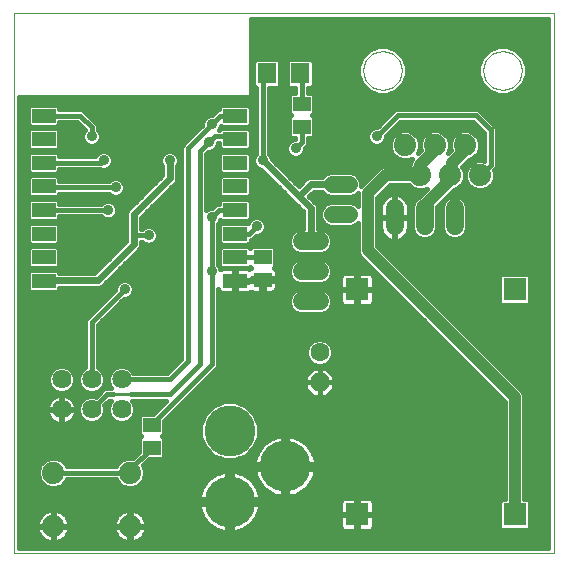
<source format=gtl>
G75*
G70*
%OFA0B0*%
%FSLAX24Y24*%
%IPPOS*%
%LPD*%
%AMOC8*
5,1,8,0,0,1.08239X$1,22.5*
%
%ADD10C,0.0000*%
%ADD11C,0.0740*%
%ADD12R,0.0760X0.0760*%
%ADD13OC8,0.0630*%
%ADD14C,0.0630*%
%ADD15C,0.1700*%
%ADD16R,0.0630X0.0710*%
%ADD17R,0.0787X0.0472*%
%ADD18R,0.0591X0.0512*%
%ADD19C,0.0560*%
%ADD20C,0.0600*%
%ADD21C,0.0640*%
%ADD22C,0.0160*%
%ADD23C,0.1660*%
%ADD24C,0.0356*%
%ADD25C,0.0240*%
%ADD26C,0.0100*%
%ADD27C,0.0400*%
D10*
X000280Y001800D02*
X000280Y019800D01*
X018280Y019800D01*
X018280Y001800D01*
X000280Y001800D01*
X011940Y017900D02*
X011942Y017950D01*
X011948Y018000D01*
X011958Y018049D01*
X011971Y018098D01*
X011989Y018145D01*
X012010Y018191D01*
X012034Y018234D01*
X012062Y018276D01*
X012093Y018316D01*
X012127Y018353D01*
X012164Y018387D01*
X012204Y018418D01*
X012246Y018446D01*
X012289Y018470D01*
X012335Y018491D01*
X012382Y018509D01*
X012431Y018522D01*
X012480Y018532D01*
X012530Y018538D01*
X012580Y018540D01*
X012630Y018538D01*
X012680Y018532D01*
X012729Y018522D01*
X012778Y018509D01*
X012825Y018491D01*
X012871Y018470D01*
X012914Y018446D01*
X012956Y018418D01*
X012996Y018387D01*
X013033Y018353D01*
X013067Y018316D01*
X013098Y018276D01*
X013126Y018234D01*
X013150Y018191D01*
X013171Y018145D01*
X013189Y018098D01*
X013202Y018049D01*
X013212Y018000D01*
X013218Y017950D01*
X013220Y017900D01*
X013218Y017850D01*
X013212Y017800D01*
X013202Y017751D01*
X013189Y017702D01*
X013171Y017655D01*
X013150Y017609D01*
X013126Y017566D01*
X013098Y017524D01*
X013067Y017484D01*
X013033Y017447D01*
X012996Y017413D01*
X012956Y017382D01*
X012914Y017354D01*
X012871Y017330D01*
X012825Y017309D01*
X012778Y017291D01*
X012729Y017278D01*
X012680Y017268D01*
X012630Y017262D01*
X012580Y017260D01*
X012530Y017262D01*
X012480Y017268D01*
X012431Y017278D01*
X012382Y017291D01*
X012335Y017309D01*
X012289Y017330D01*
X012246Y017354D01*
X012204Y017382D01*
X012164Y017413D01*
X012127Y017447D01*
X012093Y017484D01*
X012062Y017524D01*
X012034Y017566D01*
X012010Y017609D01*
X011989Y017655D01*
X011971Y017702D01*
X011958Y017751D01*
X011948Y017800D01*
X011942Y017850D01*
X011940Y017900D01*
X015940Y017900D02*
X015942Y017950D01*
X015948Y018000D01*
X015958Y018049D01*
X015971Y018098D01*
X015989Y018145D01*
X016010Y018191D01*
X016034Y018234D01*
X016062Y018276D01*
X016093Y018316D01*
X016127Y018353D01*
X016164Y018387D01*
X016204Y018418D01*
X016246Y018446D01*
X016289Y018470D01*
X016335Y018491D01*
X016382Y018509D01*
X016431Y018522D01*
X016480Y018532D01*
X016530Y018538D01*
X016580Y018540D01*
X016630Y018538D01*
X016680Y018532D01*
X016729Y018522D01*
X016778Y018509D01*
X016825Y018491D01*
X016871Y018470D01*
X016914Y018446D01*
X016956Y018418D01*
X016996Y018387D01*
X017033Y018353D01*
X017067Y018316D01*
X017098Y018276D01*
X017126Y018234D01*
X017150Y018191D01*
X017171Y018145D01*
X017189Y018098D01*
X017202Y018049D01*
X017212Y018000D01*
X017218Y017950D01*
X017220Y017900D01*
X017218Y017850D01*
X017212Y017800D01*
X017202Y017751D01*
X017189Y017702D01*
X017171Y017655D01*
X017150Y017609D01*
X017126Y017566D01*
X017098Y017524D01*
X017067Y017484D01*
X017033Y017447D01*
X016996Y017413D01*
X016956Y017382D01*
X016914Y017354D01*
X016871Y017330D01*
X016825Y017309D01*
X016778Y017291D01*
X016729Y017278D01*
X016680Y017268D01*
X016630Y017262D01*
X016580Y017260D01*
X016530Y017262D01*
X016480Y017268D01*
X016431Y017278D01*
X016382Y017291D01*
X016335Y017309D01*
X016289Y017330D01*
X016246Y017354D01*
X016204Y017382D01*
X016164Y017413D01*
X016127Y017447D01*
X016093Y017484D01*
X016062Y017524D01*
X016034Y017566D01*
X016010Y017609D01*
X015989Y017655D01*
X015971Y017702D01*
X015958Y017751D01*
X015948Y017800D01*
X015942Y017850D01*
X015940Y017900D01*
D11*
X015330Y015400D03*
X014330Y015400D03*
X013830Y014400D03*
X014830Y014400D03*
X015830Y014400D03*
X013330Y015400D03*
X004160Y004490D03*
X004160Y002710D03*
X001600Y002710D03*
X001600Y004490D03*
D12*
X011730Y003100D03*
X016980Y003100D03*
X016980Y010600D03*
X011730Y010600D03*
D13*
X010480Y007500D03*
D14*
X010480Y008500D03*
D15*
X007480Y005894D03*
X009330Y004713D03*
X007480Y003531D03*
D16*
X008720Y017800D03*
X009840Y017800D03*
D17*
X007658Y016399D03*
X007658Y015612D03*
X007658Y014824D03*
X007658Y014037D03*
X007658Y013250D03*
X007658Y012462D03*
X007658Y011675D03*
X007658Y010887D03*
X001280Y010887D03*
X001280Y011675D03*
X001280Y012462D03*
X001280Y013250D03*
X001280Y014037D03*
X001280Y014824D03*
X001280Y015612D03*
X001280Y016399D03*
D18*
X008580Y011674D03*
X008580Y010926D03*
X004880Y006074D03*
X004880Y005326D03*
X009880Y016026D03*
X009880Y016774D03*
D19*
X010900Y014100D02*
X011460Y014100D01*
X011460Y013100D02*
X010900Y013100D01*
D20*
X010480Y012200D02*
X009880Y012200D01*
X009880Y011200D02*
X010480Y011200D01*
X010480Y010200D02*
X009880Y010200D01*
X012980Y012700D02*
X012980Y013300D01*
X013980Y013300D02*
X013980Y012700D01*
X014980Y012700D02*
X014980Y013300D01*
D21*
X003880Y007600D03*
X003880Y006600D03*
X002880Y006600D03*
X002880Y007600D03*
X001880Y007600D03*
X001880Y006600D03*
D22*
X001889Y006609D02*
X001871Y006609D01*
X001871Y007100D01*
X001841Y007100D01*
X001763Y007088D01*
X001688Y007063D01*
X001618Y007028D01*
X001554Y006981D01*
X001499Y006926D01*
X001452Y006862D01*
X001417Y006792D01*
X001392Y006717D01*
X001380Y006639D01*
X001380Y006609D01*
X001871Y006609D01*
X001871Y006591D01*
X001380Y006591D01*
X001380Y006561D01*
X001392Y006483D01*
X001417Y006408D01*
X001452Y006338D01*
X001499Y006274D01*
X001554Y006219D01*
X001618Y006172D01*
X001688Y006137D01*
X001763Y006112D01*
X001841Y006100D01*
X001871Y006100D01*
X001871Y006591D01*
X001889Y006591D01*
X001889Y006609D01*
X001889Y007100D01*
X001919Y007100D01*
X001997Y007088D01*
X002072Y007063D01*
X002142Y007028D01*
X002206Y006981D01*
X002261Y006926D01*
X002308Y006862D01*
X002343Y006792D01*
X002368Y006717D01*
X002380Y006639D01*
X002380Y006609D01*
X001889Y006609D01*
X001889Y006591D02*
X002380Y006591D01*
X002380Y006561D01*
X002368Y006483D01*
X002343Y006408D01*
X002308Y006338D01*
X002261Y006274D01*
X002206Y006219D01*
X002142Y006172D01*
X002072Y006137D01*
X001997Y006112D01*
X001919Y006100D01*
X001889Y006100D01*
X001889Y006591D01*
X001889Y006555D02*
X001871Y006555D01*
X001871Y006397D02*
X001889Y006397D01*
X001889Y006238D02*
X001871Y006238D01*
X002225Y006238D02*
X002606Y006238D01*
X002625Y006219D02*
X002790Y006150D01*
X002970Y006150D01*
X003135Y006219D01*
X003261Y006345D01*
X003330Y006510D01*
X003330Y006690D01*
X003311Y006734D01*
X003467Y006890D01*
X003534Y006890D01*
X003499Y006855D01*
X003430Y006690D01*
X003430Y006510D01*
X003499Y006345D01*
X003625Y006219D01*
X003790Y006150D01*
X003970Y006150D01*
X004135Y006219D01*
X004261Y006345D01*
X004330Y006510D01*
X004330Y006690D01*
X004261Y006855D01*
X004226Y006890D01*
X005373Y006890D01*
X004993Y006510D01*
X004943Y006460D01*
X004531Y006460D01*
X004455Y006384D01*
X004455Y005764D01*
X004519Y005700D01*
X004455Y005636D01*
X004455Y005198D01*
X004247Y004990D01*
X004061Y004990D01*
X003877Y004914D01*
X003736Y004773D01*
X003706Y004700D01*
X002054Y004700D01*
X002024Y004773D01*
X001883Y004914D01*
X001699Y004990D01*
X001501Y004990D01*
X001317Y004914D01*
X001176Y004773D01*
X001100Y004589D01*
X001100Y004391D01*
X001176Y004207D01*
X001317Y004066D01*
X001501Y003990D01*
X001699Y003990D01*
X001883Y004066D01*
X002024Y004207D01*
X002054Y004280D01*
X003706Y004280D01*
X003736Y004207D01*
X003877Y004066D01*
X004061Y003990D01*
X004259Y003990D01*
X004443Y004066D01*
X004584Y004207D01*
X004660Y004391D01*
X004660Y004589D01*
X004596Y004745D01*
X004791Y004940D01*
X005229Y004940D01*
X005305Y005016D01*
X005305Y005636D01*
X005241Y005700D01*
X005305Y005764D01*
X005305Y006228D01*
X006967Y007890D01*
X007090Y008013D01*
X007090Y010606D01*
X007097Y010582D01*
X007120Y010541D01*
X007154Y010507D01*
X007195Y010483D01*
X007241Y010471D01*
X007620Y010471D01*
X007620Y010849D01*
X007696Y010849D01*
X007696Y010471D01*
X008075Y010471D01*
X008121Y010483D01*
X008162Y010507D01*
X008179Y010524D01*
X008215Y010502D01*
X008261Y010490D01*
X008532Y010490D01*
X008532Y010878D01*
X008105Y010878D01*
X008105Y010849D01*
X007696Y010849D01*
X007696Y010926D01*
X007620Y010926D01*
X007620Y011304D01*
X007241Y011304D01*
X007195Y011291D01*
X007179Y011282D01*
X007141Y011375D01*
X007090Y011426D01*
X007090Y012774D01*
X007141Y012825D01*
X007178Y012915D01*
X007210Y012883D01*
X008106Y012883D01*
X008182Y012960D01*
X008182Y013540D01*
X008106Y013616D01*
X007210Y013616D01*
X007134Y013540D01*
X007134Y013460D01*
X007043Y013460D01*
X006891Y013308D01*
X006819Y013308D01*
X006705Y013261D01*
X006690Y013246D01*
X006690Y015113D01*
X006769Y015192D01*
X006841Y015192D01*
X006955Y015239D01*
X007041Y015325D01*
X007088Y015439D01*
X007088Y015490D01*
X007134Y015490D01*
X007134Y015322D01*
X007210Y015246D01*
X008106Y015246D01*
X008182Y015322D01*
X008182Y015902D01*
X008106Y015978D01*
X007210Y015978D01*
X007142Y015910D01*
X007126Y015910D01*
X007141Y015925D01*
X007188Y016039D01*
X007188Y016055D01*
X007210Y016033D01*
X008106Y016033D01*
X008182Y016109D01*
X008182Y016689D01*
X008106Y016765D01*
X007210Y016765D01*
X007134Y016689D01*
X007134Y016609D01*
X007092Y016609D01*
X006891Y016408D01*
X006819Y016408D01*
X006705Y016361D01*
X006619Y016275D01*
X006572Y016161D01*
X006572Y016089D01*
X005993Y015510D01*
X005870Y015387D01*
X005870Y008287D01*
X005393Y007810D01*
X004280Y007810D01*
X004261Y007855D01*
X004135Y007981D01*
X003970Y008050D01*
X003790Y008050D01*
X003625Y007981D01*
X003499Y007855D01*
X003430Y007690D01*
X003430Y007510D01*
X003499Y007345D01*
X003534Y007310D01*
X003293Y007310D01*
X003014Y007031D01*
X002970Y007050D01*
X002790Y007050D01*
X002625Y006981D01*
X002499Y006855D01*
X002430Y006690D01*
X002430Y006510D01*
X002499Y006345D01*
X002625Y006219D01*
X002477Y006397D02*
X002337Y006397D01*
X002379Y006555D02*
X002430Y006555D01*
X002440Y006714D02*
X002368Y006714D01*
X002300Y006872D02*
X002516Y006872D01*
X002743Y007031D02*
X002136Y007031D01*
X002064Y007189D02*
X002696Y007189D01*
X002625Y007219D02*
X002790Y007150D01*
X002970Y007150D01*
X003135Y007219D01*
X003261Y007345D01*
X003330Y007510D01*
X003330Y007690D01*
X003261Y007855D01*
X003135Y007981D01*
X003090Y008000D01*
X003090Y009413D01*
X003969Y010292D01*
X004041Y010292D01*
X004155Y010339D01*
X004241Y010425D01*
X004288Y010539D01*
X004288Y010661D01*
X004241Y010775D01*
X004155Y010861D01*
X004041Y010908D01*
X003919Y010908D01*
X003805Y010861D01*
X003719Y010775D01*
X003672Y010661D01*
X003672Y010589D01*
X002670Y009587D01*
X002670Y008000D01*
X002625Y007981D01*
X002499Y007855D01*
X002430Y007690D01*
X002430Y007510D01*
X002499Y007345D01*
X002625Y007219D01*
X002498Y007348D02*
X002262Y007348D01*
X002261Y007345D02*
X002330Y007510D01*
X002330Y007690D01*
X002261Y007855D01*
X002135Y007981D01*
X001970Y008050D01*
X001790Y008050D01*
X001625Y007981D01*
X001499Y007855D01*
X001430Y007690D01*
X001430Y007510D01*
X001499Y007345D01*
X001625Y007219D01*
X001790Y007150D01*
X001970Y007150D01*
X002135Y007219D01*
X002261Y007345D01*
X002328Y007506D02*
X002432Y007506D01*
X002430Y007665D02*
X002330Y007665D01*
X002275Y007823D02*
X002485Y007823D01*
X002625Y007982D02*
X002135Y007982D01*
X001625Y007982D02*
X000460Y007982D01*
X000460Y008140D02*
X002670Y008140D01*
X002670Y008299D02*
X000460Y008299D01*
X000460Y008457D02*
X002670Y008457D01*
X002670Y008616D02*
X000460Y008616D01*
X000460Y008774D02*
X002670Y008774D01*
X002670Y008933D02*
X000460Y008933D01*
X000460Y009091D02*
X002670Y009091D01*
X002670Y009250D02*
X000460Y009250D01*
X000460Y009408D02*
X002670Y009408D01*
X002670Y009567D02*
X000460Y009567D01*
X000460Y009725D02*
X002808Y009725D01*
X002967Y009884D02*
X000460Y009884D01*
X000460Y010042D02*
X003125Y010042D01*
X003284Y010201D02*
X000460Y010201D01*
X000460Y010359D02*
X003442Y010359D01*
X003601Y010518D02*
X000460Y010518D01*
X000460Y010676D02*
X000756Y010676D01*
X000756Y010597D02*
X000832Y010521D01*
X001728Y010521D01*
X001804Y010597D01*
X001804Y010650D01*
X003130Y010650D01*
X003222Y010688D01*
X004492Y011958D01*
X004530Y012050D01*
X004530Y012190D01*
X004554Y012190D01*
X004605Y012139D01*
X004719Y012092D01*
X004841Y012092D01*
X004955Y012139D01*
X005041Y012225D01*
X005088Y012339D01*
X005088Y012461D01*
X005041Y012575D01*
X004955Y012661D01*
X004841Y012708D01*
X004719Y012708D01*
X004605Y012661D01*
X004554Y012610D01*
X004530Y012610D01*
X004530Y012996D01*
X005692Y014158D01*
X005730Y014250D01*
X005730Y014714D01*
X005741Y014725D01*
X005788Y014839D01*
X005788Y014961D01*
X005741Y015075D01*
X005655Y015161D01*
X005541Y015208D01*
X005419Y015208D01*
X005305Y015161D01*
X005219Y015075D01*
X005172Y014961D01*
X005172Y014839D01*
X005219Y014725D01*
X005230Y014714D01*
X005230Y014404D01*
X004138Y013312D01*
X004068Y013242D01*
X004030Y013150D01*
X004030Y012204D01*
X002976Y011150D01*
X001804Y011150D01*
X001804Y011177D01*
X001728Y011254D01*
X000832Y011254D01*
X000756Y011177D01*
X000756Y010597D01*
X000756Y010835D02*
X000460Y010835D01*
X000460Y010993D02*
X000756Y010993D01*
X000756Y011152D02*
X000460Y011152D01*
X000460Y011310D02*
X000831Y011310D01*
X000832Y011309D02*
X001728Y011309D01*
X001804Y011385D01*
X001804Y011965D01*
X001728Y012041D01*
X000832Y012041D01*
X000756Y011965D01*
X000756Y011385D01*
X000832Y011309D01*
X000756Y011469D02*
X000460Y011469D01*
X000460Y011627D02*
X000756Y011627D01*
X000756Y011786D02*
X000460Y011786D01*
X000460Y011944D02*
X000756Y011944D01*
X000832Y012096D02*
X001728Y012096D01*
X001804Y012172D01*
X001804Y012752D01*
X001728Y012828D01*
X000832Y012828D01*
X000756Y012752D01*
X000756Y012172D01*
X000832Y012096D01*
X000826Y012103D02*
X000460Y012103D01*
X000460Y012261D02*
X000756Y012261D01*
X000756Y012420D02*
X000460Y012420D01*
X000460Y012578D02*
X000756Y012578D01*
X000756Y012737D02*
X000460Y012737D01*
X000460Y012895D02*
X000821Y012895D01*
X000832Y012883D02*
X001728Y012883D01*
X001804Y012960D01*
X001804Y013040D01*
X003204Y013040D01*
X003255Y012988D01*
X003368Y012941D01*
X003491Y012941D01*
X003604Y012988D01*
X003691Y013075D01*
X003738Y013188D01*
X003738Y013311D01*
X003691Y013424D01*
X003604Y013511D01*
X003491Y013558D01*
X003368Y013558D01*
X003255Y013511D01*
X003204Y013460D01*
X001804Y013460D01*
X001804Y013540D01*
X001728Y013616D01*
X000832Y013616D01*
X000756Y013540D01*
X000756Y012960D01*
X000832Y012883D01*
X000756Y013054D02*
X000460Y013054D01*
X000460Y013212D02*
X000756Y013212D01*
X000756Y013371D02*
X000460Y013371D01*
X000460Y013529D02*
X000756Y013529D01*
X000832Y013671D02*
X001728Y013671D01*
X001804Y013747D01*
X001804Y013790D01*
X003454Y013790D01*
X003505Y013739D01*
X003619Y013692D01*
X003741Y013692D01*
X003855Y013739D01*
X003941Y013825D01*
X003988Y013939D01*
X003988Y014061D01*
X003941Y014175D01*
X003855Y014261D01*
X003741Y014308D01*
X003619Y014308D01*
X003505Y014261D01*
X003454Y014210D01*
X001804Y014210D01*
X001804Y014327D01*
X001728Y014403D01*
X000832Y014403D01*
X000756Y014327D01*
X000756Y013747D01*
X000832Y013671D01*
X000816Y013688D02*
X000460Y013688D01*
X000460Y013846D02*
X000756Y013846D01*
X000756Y014005D02*
X000460Y014005D01*
X000460Y014163D02*
X000756Y014163D01*
X000756Y014322D02*
X000460Y014322D01*
X000460Y014480D02*
X000811Y014480D01*
X000832Y014458D02*
X001728Y014458D01*
X001804Y014534D01*
X001804Y014614D01*
X003164Y014614D01*
X003219Y014592D01*
X003341Y014592D01*
X003455Y014639D01*
X003541Y014725D01*
X003588Y014839D01*
X003588Y014961D01*
X003541Y015075D01*
X003455Y015161D01*
X003341Y015208D01*
X003219Y015208D01*
X003105Y015161D01*
X003019Y015075D01*
X003002Y015034D01*
X001804Y015034D01*
X001804Y015114D01*
X003058Y015114D01*
X002941Y015392D02*
X003055Y015439D01*
X003141Y015525D01*
X003188Y015639D01*
X003188Y015761D01*
X003141Y015875D01*
X003090Y015926D01*
X003090Y016087D01*
X002967Y016210D01*
X002568Y016609D01*
X001804Y016609D01*
X001804Y016689D01*
X001728Y016765D01*
X000832Y016765D01*
X000756Y016689D01*
X000756Y016109D01*
X000832Y016033D01*
X001728Y016033D01*
X001804Y016109D01*
X001804Y016189D01*
X002394Y016189D01*
X002664Y015919D01*
X002619Y015875D01*
X002572Y015761D01*
X002572Y015639D01*
X002619Y015525D01*
X002705Y015439D01*
X002819Y015392D01*
X002941Y015392D01*
X003036Y015431D02*
X005914Y015431D01*
X005870Y015273D02*
X001754Y015273D01*
X001728Y015246D02*
X001804Y015322D01*
X001804Y015902D01*
X001728Y015978D01*
X000832Y015978D01*
X000756Y015902D01*
X000756Y015322D01*
X000832Y015246D01*
X001728Y015246D01*
X001728Y015191D02*
X000832Y015191D01*
X000756Y015114D01*
X000460Y015114D01*
X000460Y014956D02*
X000756Y014956D01*
X000756Y015114D02*
X000756Y014534D01*
X000832Y014458D01*
X000756Y014639D02*
X000460Y014639D01*
X000460Y014797D02*
X000756Y014797D01*
X000806Y015273D02*
X000460Y015273D01*
X000460Y015431D02*
X000756Y015431D01*
X000756Y015590D02*
X000460Y015590D01*
X000460Y015748D02*
X000756Y015748D01*
X000761Y015907D02*
X000460Y015907D01*
X000460Y016065D02*
X000800Y016065D01*
X000756Y016224D02*
X000460Y016224D01*
X000460Y016382D02*
X000756Y016382D01*
X000756Y016541D02*
X000460Y016541D01*
X000460Y016699D02*
X000766Y016699D01*
X000460Y016858D02*
X008370Y016858D01*
X008370Y017016D02*
X008180Y017016D01*
X008180Y017000D02*
X000460Y017000D01*
X000460Y001980D01*
X018100Y001980D01*
X018100Y019620D01*
X008180Y019620D01*
X008180Y017000D01*
X008180Y017175D02*
X008370Y017175D01*
X008370Y017315D02*
X008351Y017315D01*
X008275Y017391D01*
X008275Y018209D01*
X008351Y018285D01*
X009089Y018285D01*
X009165Y018209D01*
X009165Y017391D01*
X009089Y017315D01*
X008790Y017315D01*
X008790Y015126D01*
X008841Y015075D01*
X008888Y014961D01*
X008888Y014945D01*
X009780Y014054D01*
X010038Y014312D01*
X010130Y014350D01*
X010570Y014350D01*
X010668Y014448D01*
X010818Y014510D01*
X011542Y014510D01*
X011692Y014448D01*
X011808Y014332D01*
X011870Y014182D01*
X011870Y014057D01*
X011893Y014080D01*
X012493Y014680D01*
X012614Y014730D01*
X013453Y014730D01*
X013500Y014777D01*
X013500Y014816D01*
X013550Y014937D01*
X013573Y014959D01*
X013429Y014900D01*
X013231Y014900D01*
X013047Y014976D01*
X012906Y015117D01*
X012830Y015301D01*
X012830Y015499D01*
X012906Y015683D01*
X013047Y015824D01*
X013231Y015900D01*
X013429Y015900D01*
X013613Y015824D01*
X013754Y015683D01*
X013830Y015499D01*
X013830Y015301D01*
X013771Y015157D01*
X013855Y015241D01*
X013830Y015301D01*
X013830Y015499D01*
X013906Y015683D01*
X014047Y015824D01*
X014231Y015900D01*
X014429Y015900D01*
X014613Y015824D01*
X014754Y015683D01*
X014830Y015499D01*
X014830Y015301D01*
X014771Y015157D01*
X014855Y015241D01*
X014830Y015301D01*
X014830Y015499D01*
X014906Y015683D01*
X015047Y015824D01*
X015231Y015900D01*
X015429Y015900D01*
X015613Y015824D01*
X015754Y015683D01*
X015830Y015499D01*
X015830Y015301D01*
X015754Y015117D01*
X015613Y014976D01*
X015459Y014912D01*
X015242Y014695D01*
X015254Y014683D01*
X015330Y014499D01*
X015330Y014301D01*
X015406Y014117D01*
X015547Y013976D01*
X015731Y013900D01*
X015929Y013900D01*
X016113Y013976D01*
X016254Y014117D01*
X016330Y014301D01*
X016330Y014499D01*
X016300Y014573D01*
X016390Y014663D01*
X016390Y015987D01*
X016267Y016110D01*
X016267Y016110D01*
X015767Y016610D01*
X012993Y016610D01*
X012391Y016008D01*
X012319Y016008D01*
X012205Y015961D01*
X012119Y015875D01*
X012072Y015761D01*
X012072Y015639D01*
X012119Y015525D01*
X012205Y015439D01*
X012319Y015392D01*
X012441Y015392D01*
X012555Y015439D01*
X012641Y015525D01*
X012688Y015639D01*
X012688Y015711D01*
X013167Y016190D01*
X015593Y016190D01*
X015970Y015813D01*
X015970Y014883D01*
X015929Y014900D01*
X015731Y014900D01*
X015547Y014824D01*
X015406Y014683D01*
X015330Y014499D01*
X015330Y014301D01*
X015254Y014117D01*
X015113Y013976D01*
X014959Y013912D01*
X014410Y013363D01*
X014410Y012614D01*
X014345Y012456D01*
X014224Y012335D01*
X014066Y012270D01*
X013894Y012270D01*
X013736Y012335D01*
X013615Y012456D01*
X013550Y012614D01*
X013550Y013386D01*
X013615Y013544D01*
X013736Y013665D01*
X013807Y013694D01*
X013893Y013780D01*
X014073Y013959D01*
X013929Y013900D01*
X013731Y013900D01*
X013547Y013976D01*
X013453Y014070D01*
X012817Y014070D01*
X012410Y013663D01*
X012410Y012037D01*
X017167Y007280D01*
X017260Y007187D01*
X017310Y007066D01*
X017310Y003610D01*
X017414Y003610D01*
X017490Y003534D01*
X017490Y002666D01*
X017414Y002590D01*
X016546Y002590D01*
X016470Y002666D01*
X016470Y003534D01*
X016546Y003610D01*
X016650Y003610D01*
X016650Y006863D01*
X011800Y011713D01*
X011750Y011834D01*
X011750Y012810D01*
X011692Y012752D01*
X011542Y012690D01*
X010818Y012690D01*
X010668Y012752D01*
X010552Y012868D01*
X010490Y013018D01*
X010490Y013182D01*
X010552Y013332D01*
X010668Y013448D01*
X010818Y013510D01*
X011542Y013510D01*
X011692Y013448D01*
X011750Y013390D01*
X011750Y013810D01*
X011692Y013752D01*
X011542Y013690D01*
X010818Y013690D01*
X010668Y013752D01*
X010570Y013850D01*
X010284Y013850D01*
X010134Y013700D01*
X010322Y013512D01*
X010392Y013442D01*
X010430Y013350D01*
X010430Y012630D01*
X010566Y012630D01*
X010724Y012565D01*
X010845Y012444D01*
X010910Y012286D01*
X010910Y012114D01*
X010845Y011956D01*
X010724Y011835D01*
X010566Y011770D01*
X009794Y011770D01*
X009636Y011835D01*
X009515Y011956D01*
X009450Y012114D01*
X009450Y012286D01*
X009515Y012444D01*
X009636Y012565D01*
X009794Y012630D01*
X009930Y012630D01*
X009930Y013196D01*
X009638Y013488D01*
X009568Y013558D01*
X008535Y014592D01*
X008519Y014592D01*
X008405Y014639D01*
X008319Y014725D01*
X008272Y014839D01*
X008272Y014961D01*
X008319Y015075D01*
X008370Y015126D01*
X008370Y017315D01*
X008333Y017333D02*
X008180Y017333D01*
X008180Y017492D02*
X008275Y017492D01*
X008275Y017650D02*
X008180Y017650D01*
X008180Y017809D02*
X008275Y017809D01*
X008275Y017967D02*
X008180Y017967D01*
X008180Y018126D02*
X008275Y018126D01*
X008350Y018284D02*
X008180Y018284D01*
X008180Y018443D02*
X011963Y018443D01*
X011885Y018364D02*
X011760Y018063D01*
X011760Y017737D01*
X011885Y017436D01*
X012116Y017205D01*
X012417Y017080D01*
X012743Y017080D01*
X013044Y017205D01*
X013275Y017436D01*
X013400Y017737D01*
X013400Y018063D01*
X013275Y018364D01*
X013044Y018595D01*
X012743Y018720D01*
X012417Y018720D01*
X012116Y018595D01*
X011885Y018364D01*
X011852Y018284D02*
X010210Y018284D01*
X010209Y018285D02*
X009471Y018285D01*
X009395Y018209D01*
X009395Y017391D01*
X009471Y017315D01*
X009670Y017315D01*
X009670Y017160D01*
X009531Y017160D01*
X009455Y017084D01*
X009455Y016464D01*
X009519Y016400D01*
X009455Y016336D01*
X009455Y015716D01*
X009531Y015640D01*
X009670Y015640D01*
X009670Y015608D01*
X009619Y015608D01*
X009505Y015561D01*
X009419Y015475D01*
X009372Y015361D01*
X009372Y015239D01*
X009419Y015125D01*
X009505Y015039D01*
X009619Y014992D01*
X009741Y014992D01*
X009855Y015039D01*
X009941Y015125D01*
X009988Y015239D01*
X009988Y015311D01*
X010090Y015413D01*
X010090Y015640D01*
X010229Y015640D01*
X010305Y015716D01*
X010305Y016336D01*
X010241Y016400D01*
X010305Y016464D01*
X010305Y017084D01*
X010229Y017160D01*
X010090Y017160D01*
X010090Y017315D01*
X010209Y017315D01*
X010285Y017391D01*
X010285Y018209D01*
X010209Y018285D01*
X010285Y018126D02*
X011786Y018126D01*
X011760Y017967D02*
X010285Y017967D01*
X010285Y017809D02*
X011760Y017809D01*
X011796Y017650D02*
X010285Y017650D01*
X010285Y017492D02*
X011862Y017492D01*
X011987Y017333D02*
X010227Y017333D01*
X010090Y017175D02*
X012189Y017175D01*
X012765Y016382D02*
X010259Y016382D01*
X010305Y016224D02*
X012607Y016224D01*
X012448Y016065D02*
X010305Y016065D01*
X010305Y015907D02*
X012151Y015907D01*
X012072Y015748D02*
X010305Y015748D01*
X010090Y015590D02*
X012092Y015590D01*
X012224Y015431D02*
X010090Y015431D01*
X009988Y015273D02*
X012842Y015273D01*
X012830Y015431D02*
X012536Y015431D01*
X012668Y015590D02*
X012867Y015590D01*
X012971Y015748D02*
X012725Y015748D01*
X012884Y015907D02*
X015876Y015907D01*
X015970Y015748D02*
X015689Y015748D01*
X015793Y015590D02*
X015970Y015590D01*
X015970Y015431D02*
X015830Y015431D01*
X015818Y015273D02*
X015970Y015273D01*
X015970Y015114D02*
X015751Y015114D01*
X015563Y014956D02*
X015970Y014956D01*
X016180Y014750D02*
X015830Y014400D01*
X016180Y014750D02*
X016180Y015900D01*
X015680Y016400D01*
X013080Y016400D01*
X012380Y015700D01*
X012909Y015114D02*
X009930Y015114D01*
X009680Y015300D02*
X009880Y015500D01*
X009880Y016026D01*
X009501Y016382D02*
X008790Y016382D01*
X008790Y016224D02*
X009455Y016224D01*
X009455Y016065D02*
X008790Y016065D01*
X008790Y015907D02*
X009455Y015907D01*
X009455Y015748D02*
X008790Y015748D01*
X008790Y015590D02*
X009574Y015590D01*
X009401Y015431D02*
X008790Y015431D01*
X008790Y015273D02*
X009372Y015273D01*
X009430Y015114D02*
X008802Y015114D01*
X008888Y014956D02*
X013097Y014956D01*
X013500Y014797D02*
X009037Y014797D01*
X009195Y014639D02*
X012452Y014639D01*
X012293Y014480D02*
X011614Y014480D01*
X011812Y014322D02*
X012135Y014322D01*
X011976Y014163D02*
X011870Y014163D01*
X011750Y013688D02*
X010146Y013688D01*
X010280Y013846D02*
X010574Y013846D01*
X010305Y013529D02*
X011750Y013529D01*
X012410Y013529D02*
X012558Y013529D01*
X012569Y013552D02*
X012535Y013484D01*
X012512Y013412D01*
X012500Y013338D01*
X012500Y013020D01*
X012960Y013020D01*
X012960Y013780D01*
X012942Y013780D01*
X012868Y013768D01*
X012796Y013745D01*
X012728Y013711D01*
X012667Y013666D01*
X012614Y013613D01*
X012569Y013552D01*
X012697Y013688D02*
X012434Y013688D01*
X012593Y013846D02*
X013959Y013846D01*
X013792Y013688D02*
X013263Y013688D01*
X013293Y013666D02*
X013232Y013711D01*
X013164Y013745D01*
X013092Y013768D01*
X013018Y013780D01*
X013000Y013780D01*
X013000Y013020D01*
X012960Y013020D01*
X012960Y012980D01*
X012500Y012980D01*
X012500Y012662D01*
X012512Y012588D01*
X012535Y012516D01*
X012569Y012448D01*
X012614Y012387D01*
X012667Y012334D01*
X012728Y012289D01*
X012796Y012255D01*
X012868Y012232D01*
X012942Y012220D01*
X012960Y012220D01*
X012960Y012980D01*
X013000Y012980D01*
X013000Y013020D01*
X013460Y013020D01*
X013460Y013338D01*
X013448Y013412D01*
X013425Y013484D01*
X013391Y013552D01*
X013346Y013613D01*
X013293Y013666D01*
X013402Y013529D02*
X013609Y013529D01*
X013550Y013371D02*
X013455Y013371D01*
X013460Y013212D02*
X013550Y013212D01*
X013550Y013054D02*
X013460Y013054D01*
X013460Y012980D02*
X013000Y012980D01*
X013000Y012220D01*
X013018Y012220D01*
X013092Y012232D01*
X013164Y012255D01*
X013232Y012289D01*
X013293Y012334D01*
X013346Y012387D01*
X013391Y012448D01*
X013425Y012516D01*
X013448Y012588D01*
X013460Y012662D01*
X013460Y012980D01*
X013460Y012895D02*
X013550Y012895D01*
X013550Y012737D02*
X013460Y012737D01*
X013445Y012578D02*
X013565Y012578D01*
X013652Y012420D02*
X013370Y012420D01*
X013176Y012261D02*
X018100Y012261D01*
X018100Y012103D02*
X012410Y012103D01*
X012410Y012261D02*
X012784Y012261D01*
X012960Y012261D02*
X013000Y012261D01*
X013000Y012420D02*
X012960Y012420D01*
X012960Y012578D02*
X013000Y012578D01*
X013000Y012737D02*
X012960Y012737D01*
X012960Y012895D02*
X013000Y012895D01*
X013000Y013054D02*
X012960Y013054D01*
X012960Y013212D02*
X013000Y013212D01*
X013000Y013371D02*
X012960Y013371D01*
X012960Y013529D02*
X013000Y013529D01*
X013000Y013688D02*
X012960Y013688D01*
X012751Y014005D02*
X013518Y014005D01*
X013563Y014956D02*
X013569Y014956D01*
X013818Y015273D02*
X013842Y015273D01*
X013830Y015431D02*
X013830Y015431D01*
X013793Y015590D02*
X013867Y015590D01*
X013971Y015748D02*
X013689Y015748D01*
X013042Y016065D02*
X015718Y016065D01*
X015995Y016382D02*
X018100Y016382D01*
X018100Y016224D02*
X016153Y016224D01*
X016312Y016065D02*
X018100Y016065D01*
X018100Y015907D02*
X016390Y015907D01*
X016390Y015748D02*
X018100Y015748D01*
X018100Y015590D02*
X016390Y015590D01*
X016390Y015431D02*
X018100Y015431D01*
X018100Y015273D02*
X016390Y015273D01*
X016390Y015114D02*
X018100Y015114D01*
X018100Y014956D02*
X016390Y014956D01*
X016390Y014797D02*
X018100Y014797D01*
X018100Y014639D02*
X016366Y014639D01*
X016330Y014480D02*
X018100Y014480D01*
X018100Y014322D02*
X016330Y014322D01*
X016273Y014163D02*
X018100Y014163D01*
X018100Y014005D02*
X016142Y014005D01*
X015518Y014005D02*
X015142Y014005D01*
X015273Y014163D02*
X015387Y014163D01*
X015330Y014322D02*
X015330Y014322D01*
X015330Y014480D02*
X015330Y014480D01*
X015272Y014639D02*
X015388Y014639D01*
X015344Y014797D02*
X015520Y014797D01*
X014842Y015273D02*
X014818Y015273D01*
X014830Y015431D02*
X014830Y015431D01*
X014793Y015590D02*
X014867Y015590D01*
X014971Y015748D02*
X014689Y015748D01*
X015836Y016541D02*
X018100Y016541D01*
X018100Y016699D02*
X010305Y016699D01*
X010305Y016541D02*
X012924Y016541D01*
X012971Y017175D02*
X016189Y017175D01*
X016116Y017205D02*
X016417Y017080D01*
X016743Y017080D01*
X017044Y017205D01*
X017275Y017436D01*
X017400Y017737D01*
X017400Y018063D01*
X017275Y018364D01*
X017044Y018595D01*
X016743Y018720D01*
X016417Y018720D01*
X016116Y018595D01*
X015885Y018364D01*
X015760Y018063D01*
X015760Y017737D01*
X015885Y017436D01*
X016116Y017205D01*
X015987Y017333D02*
X013173Y017333D01*
X013298Y017492D02*
X015862Y017492D01*
X015796Y017650D02*
X013364Y017650D01*
X013400Y017809D02*
X015760Y017809D01*
X015760Y017967D02*
X013400Y017967D01*
X013374Y018126D02*
X015786Y018126D01*
X015852Y018284D02*
X013308Y018284D01*
X013197Y018443D02*
X015963Y018443D01*
X016130Y018601D02*
X013030Y018601D01*
X012130Y018601D02*
X008180Y018601D01*
X008180Y018760D02*
X018100Y018760D01*
X018100Y018918D02*
X008180Y018918D01*
X008180Y019077D02*
X018100Y019077D01*
X018100Y019235D02*
X008180Y019235D01*
X008180Y019394D02*
X018100Y019394D01*
X018100Y019552D02*
X008180Y019552D01*
X009090Y018284D02*
X009470Y018284D01*
X009395Y018126D02*
X009165Y018126D01*
X009165Y017967D02*
X009395Y017967D01*
X009395Y017809D02*
X009165Y017809D01*
X009165Y017650D02*
X009395Y017650D01*
X009395Y017492D02*
X009165Y017492D01*
X009107Y017333D02*
X009453Y017333D01*
X009455Y017016D02*
X008790Y017016D01*
X008790Y016858D02*
X009455Y016858D01*
X009455Y016699D02*
X008790Y016699D01*
X008790Y016541D02*
X009455Y016541D01*
X009880Y016774D02*
X009880Y017800D01*
X009840Y017800D01*
X009670Y017175D02*
X008790Y017175D01*
X008370Y016699D02*
X008172Y016699D01*
X008182Y016541D02*
X008370Y016541D01*
X008370Y016382D02*
X008182Y016382D01*
X008182Y016224D02*
X008370Y016224D01*
X008370Y016065D02*
X008138Y016065D01*
X008177Y015907D02*
X008370Y015907D01*
X008370Y015748D02*
X008182Y015748D01*
X008182Y015590D02*
X008370Y015590D01*
X008370Y015431D02*
X008182Y015431D01*
X008132Y015273D02*
X008370Y015273D01*
X008358Y015114D02*
X008182Y015114D01*
X008106Y015191D01*
X007210Y015191D01*
X007134Y015114D01*
X006691Y015114D01*
X006690Y014956D02*
X007134Y014956D01*
X007134Y015114D02*
X007134Y014534D01*
X007210Y014458D01*
X008106Y014458D01*
X008182Y014534D01*
X008182Y015114D01*
X008182Y014956D02*
X008272Y014956D01*
X008289Y014797D02*
X008182Y014797D01*
X008182Y014639D02*
X008406Y014639D01*
X008646Y014480D02*
X008127Y014480D01*
X008106Y014403D02*
X007210Y014403D01*
X007134Y014327D01*
X007134Y013747D01*
X007210Y013671D01*
X008106Y013671D01*
X008182Y013747D01*
X008182Y014327D01*
X008106Y014403D01*
X008182Y014322D02*
X008805Y014322D01*
X008963Y014163D02*
X008182Y014163D01*
X008182Y014005D02*
X009122Y014005D01*
X009280Y013846D02*
X008182Y013846D01*
X008122Y013688D02*
X009439Y013688D01*
X009597Y013529D02*
X008182Y013529D01*
X008182Y013371D02*
X009756Y013371D01*
X009914Y013212D02*
X008182Y013212D01*
X008182Y013054D02*
X009930Y013054D01*
X009930Y012895D02*
X008621Y012895D01*
X008641Y012875D02*
X008555Y012961D01*
X008441Y013008D01*
X008319Y013008D01*
X008205Y012961D01*
X008119Y012875D01*
X008100Y012828D01*
X007210Y012828D01*
X007134Y012752D01*
X007134Y012172D01*
X007210Y012096D01*
X008106Y012096D01*
X008182Y012172D01*
X008182Y012252D01*
X008229Y012252D01*
X008369Y012392D01*
X008441Y012392D01*
X008555Y012439D01*
X008641Y012525D01*
X008688Y012639D01*
X008688Y012761D01*
X008641Y012875D01*
X008688Y012737D02*
X009930Y012737D01*
X009669Y012578D02*
X008663Y012578D01*
X008508Y012420D02*
X009505Y012420D01*
X009450Y012261D02*
X008238Y012261D01*
X008231Y012060D02*
X008159Y011988D01*
X008106Y012041D01*
X007210Y012041D01*
X007134Y011965D01*
X007134Y011385D01*
X007210Y011309D01*
X008106Y011309D01*
X008158Y011361D01*
X008186Y011333D01*
X008174Y011326D01*
X008141Y011292D01*
X008135Y011283D01*
X008121Y011291D01*
X008075Y011304D01*
X007696Y011304D01*
X007696Y010926D01*
X008232Y010926D01*
X008232Y010974D01*
X008532Y010974D01*
X008532Y010878D01*
X008628Y010878D01*
X008628Y010974D01*
X009055Y010974D01*
X009055Y011206D01*
X009043Y011251D01*
X009019Y011292D01*
X008986Y011326D01*
X008974Y011333D01*
X009005Y011364D01*
X009005Y011984D01*
X008929Y012060D01*
X008231Y012060D01*
X008112Y012103D02*
X009455Y012103D01*
X009528Y011944D02*
X009005Y011944D01*
X009005Y011786D02*
X009757Y011786D01*
X009794Y011630D02*
X009636Y011565D01*
X009515Y011444D01*
X009450Y011286D01*
X009450Y011114D01*
X009515Y010956D01*
X009636Y010835D01*
X009794Y010770D01*
X010566Y010770D01*
X010724Y010835D01*
X010845Y010956D01*
X010910Y011114D01*
X010910Y011286D01*
X010845Y011444D01*
X010724Y011565D01*
X010566Y011630D01*
X009794Y011630D01*
X009787Y011627D02*
X009005Y011627D01*
X009005Y011469D02*
X009540Y011469D01*
X009460Y011310D02*
X009002Y011310D01*
X009055Y011152D02*
X009450Y011152D01*
X009500Y010993D02*
X009055Y010993D01*
X009055Y010878D02*
X009055Y010646D01*
X009043Y010601D01*
X009019Y010560D01*
X008986Y010526D01*
X008945Y010502D01*
X008899Y010490D01*
X008628Y010490D01*
X008628Y010878D01*
X009055Y010878D01*
X009055Y010835D02*
X009639Y010835D01*
X009794Y010630D02*
X009636Y010565D01*
X009515Y010444D01*
X009450Y010286D01*
X009450Y010114D01*
X009515Y009956D01*
X009636Y009835D01*
X009794Y009770D01*
X010566Y009770D01*
X010724Y009835D01*
X010845Y009956D01*
X010910Y010114D01*
X010910Y010286D01*
X010845Y010444D01*
X010724Y010565D01*
X010566Y010630D01*
X009794Y010630D01*
X009589Y010518D02*
X008971Y010518D01*
X009055Y010676D02*
X011170Y010676D01*
X011170Y010618D02*
X011170Y011004D01*
X011182Y011049D01*
X011206Y011091D01*
X011239Y011124D01*
X011281Y011148D01*
X011326Y011160D01*
X011712Y011160D01*
X011712Y010618D01*
X011748Y010618D01*
X011748Y011160D01*
X012134Y011160D01*
X012179Y011148D01*
X012221Y011124D01*
X012254Y011091D01*
X012278Y011049D01*
X012290Y011004D01*
X012290Y010618D01*
X011748Y010618D01*
X011748Y010582D01*
X012290Y010582D01*
X012290Y010196D01*
X012278Y010151D01*
X012254Y010109D01*
X012221Y010076D01*
X012179Y010052D01*
X012134Y010040D01*
X011748Y010040D01*
X011748Y010582D01*
X011712Y010582D01*
X011712Y010040D01*
X011326Y010040D01*
X011281Y010052D01*
X011239Y010076D01*
X011206Y010109D01*
X011182Y010151D01*
X011170Y010196D01*
X011170Y010582D01*
X011712Y010582D01*
X011712Y010618D01*
X011170Y010618D01*
X011170Y010518D02*
X010771Y010518D01*
X010880Y010359D02*
X011170Y010359D01*
X011170Y010201D02*
X010910Y010201D01*
X010880Y010042D02*
X011319Y010042D01*
X010772Y009884D02*
X013630Y009884D01*
X013471Y010042D02*
X012141Y010042D01*
X012290Y010201D02*
X013313Y010201D01*
X013154Y010359D02*
X012290Y010359D01*
X012290Y010518D02*
X012996Y010518D01*
X012837Y010676D02*
X012290Y010676D01*
X012290Y010835D02*
X012679Y010835D01*
X012520Y010993D02*
X012290Y010993D01*
X012362Y011152D02*
X012165Y011152D01*
X012203Y011310D02*
X010900Y011310D01*
X010910Y011152D02*
X011295Y011152D01*
X011170Y010993D02*
X010860Y010993D01*
X010721Y010835D02*
X011170Y010835D01*
X010820Y011469D02*
X012045Y011469D01*
X011886Y011627D02*
X010573Y011627D01*
X010603Y011786D02*
X011770Y011786D01*
X011750Y011944D02*
X010832Y011944D01*
X010905Y012103D02*
X011750Y012103D01*
X011750Y012261D02*
X010910Y012261D01*
X010855Y012420D02*
X011750Y012420D01*
X011750Y012578D02*
X010691Y012578D01*
X010706Y012737D02*
X010430Y012737D01*
X010430Y012895D02*
X010541Y012895D01*
X010490Y013054D02*
X010430Y013054D01*
X010430Y013212D02*
X010503Y013212D01*
X010421Y013371D02*
X010591Y013371D01*
X009889Y014163D02*
X009671Y014163D01*
X009512Y014322D02*
X010062Y014322D01*
X010746Y014480D02*
X009354Y014480D01*
X008580Y014900D02*
X008580Y017660D01*
X008720Y017800D01*
X007658Y016399D02*
X007179Y016399D01*
X006880Y016100D01*
X006080Y015300D01*
X006080Y008200D01*
X005480Y007600D01*
X003880Y007600D01*
X003485Y007823D02*
X003275Y007823D01*
X003330Y007665D02*
X003430Y007665D01*
X003432Y007506D02*
X003328Y007506D01*
X003262Y007348D02*
X003498Y007348D01*
X003580Y007100D02*
X003380Y007100D01*
X002880Y006600D01*
X003283Y006397D02*
X003477Y006397D01*
X003430Y006555D02*
X003330Y006555D01*
X003320Y006714D02*
X003440Y006714D01*
X003449Y006872D02*
X003516Y006872D01*
X003172Y007189D02*
X003064Y007189D01*
X002880Y007600D02*
X002880Y009500D01*
X003980Y010600D01*
X004175Y010359D02*
X005870Y010359D01*
X005870Y010201D02*
X003877Y010201D01*
X003719Y010042D02*
X005870Y010042D01*
X005870Y009884D02*
X003560Y009884D01*
X003402Y009725D02*
X005870Y009725D01*
X005870Y009567D02*
X003243Y009567D01*
X003090Y009408D02*
X005870Y009408D01*
X005870Y009250D02*
X003090Y009250D01*
X003090Y009091D02*
X005870Y009091D01*
X005870Y008933D02*
X003090Y008933D01*
X003090Y008774D02*
X005870Y008774D01*
X005870Y008616D02*
X003090Y008616D01*
X003090Y008457D02*
X005870Y008457D01*
X005870Y008299D02*
X003090Y008299D01*
X003090Y008140D02*
X005723Y008140D01*
X005565Y007982D02*
X004135Y007982D01*
X004275Y007823D02*
X005406Y007823D01*
X005480Y007100D02*
X004180Y007100D01*
X004244Y006872D02*
X005355Y006872D01*
X005197Y006714D02*
X004320Y006714D01*
X004330Y006555D02*
X005038Y006555D01*
X005080Y006300D02*
X005080Y006274D01*
X004880Y006074D01*
X005080Y006300D02*
X006880Y008100D01*
X006880Y011200D01*
X006880Y012900D01*
X006880Y013000D01*
X007130Y013250D01*
X007658Y013250D01*
X008117Y012895D02*
X008139Y012895D01*
X008380Y012700D02*
X008142Y012462D01*
X007658Y012462D01*
X007134Y012420D02*
X007090Y012420D01*
X007090Y012578D02*
X007134Y012578D01*
X007134Y012737D02*
X007090Y012737D01*
X007170Y012895D02*
X007199Y012895D01*
X006954Y013371D02*
X006690Y013371D01*
X006690Y013529D02*
X007134Y013529D01*
X007194Y013688D02*
X006690Y013688D01*
X006690Y013846D02*
X007134Y013846D01*
X007134Y014005D02*
X006690Y014005D01*
X006690Y014163D02*
X007134Y014163D01*
X007134Y014322D02*
X006690Y014322D01*
X006690Y014480D02*
X007189Y014480D01*
X007134Y014639D02*
X006690Y014639D01*
X006690Y014797D02*
X007134Y014797D01*
X007183Y015273D02*
X006988Y015273D01*
X007085Y015431D02*
X007134Y015431D01*
X006980Y015700D02*
X006780Y015500D01*
X006480Y015200D01*
X006480Y008100D01*
X005480Y007100D01*
X005790Y006714D02*
X006914Y006714D01*
X006925Y006725D02*
X006649Y006449D01*
X006500Y006089D01*
X006500Y005699D01*
X006649Y005339D01*
X006925Y005063D01*
X007285Y004914D01*
X007675Y004914D01*
X008035Y005063D01*
X008311Y005339D01*
X008460Y005699D01*
X008460Y006089D01*
X008311Y006449D01*
X008035Y006725D01*
X007675Y006874D01*
X007285Y006874D01*
X006925Y006725D01*
X006755Y006555D02*
X005632Y006555D01*
X005473Y006397D02*
X006628Y006397D01*
X006562Y006238D02*
X005315Y006238D01*
X005305Y006080D02*
X006500Y006080D01*
X006500Y005921D02*
X005305Y005921D01*
X005304Y005763D02*
X006500Y005763D01*
X006539Y005604D02*
X005305Y005604D01*
X005305Y005446D02*
X006605Y005446D01*
X006701Y005287D02*
X005305Y005287D01*
X005305Y005129D02*
X006859Y005129D01*
X007149Y004970D02*
X005259Y004970D01*
X004880Y005326D02*
X004160Y004606D01*
X004160Y004490D01*
X001600Y004490D01*
X001126Y004653D02*
X000460Y004653D01*
X000460Y004495D02*
X001100Y004495D01*
X001123Y004336D02*
X000460Y004336D01*
X000460Y004178D02*
X001205Y004178D01*
X001431Y004019D02*
X000460Y004019D01*
X000460Y003861D02*
X006504Y003861D01*
X006489Y003817D02*
X006527Y003926D01*
X006577Y004031D01*
X006639Y004128D01*
X006711Y004219D01*
X006793Y004301D01*
X006883Y004373D01*
X006981Y004434D01*
X007085Y004485D01*
X007194Y004523D01*
X007307Y004549D01*
X007400Y004559D01*
X007400Y003612D01*
X007560Y003612D01*
X007560Y004559D01*
X007653Y004549D01*
X007766Y004523D01*
X007875Y004485D01*
X007979Y004434D01*
X008077Y004373D01*
X008167Y004301D01*
X008249Y004219D01*
X008321Y004128D01*
X008383Y004031D01*
X008433Y003926D01*
X008471Y003817D01*
X008497Y003704D01*
X008508Y003611D01*
X007560Y003611D01*
X007560Y003451D01*
X007560Y002504D01*
X007653Y002514D01*
X007766Y002540D01*
X007875Y002578D01*
X007979Y002629D01*
X008077Y002690D01*
X008167Y002762D01*
X008249Y002844D01*
X008321Y002935D01*
X008383Y003032D01*
X008433Y003137D01*
X008471Y003246D01*
X008497Y003359D01*
X008508Y003451D01*
X007560Y003451D01*
X007400Y003451D01*
X007400Y002504D01*
X007307Y002514D01*
X007194Y002540D01*
X007085Y002578D01*
X006981Y002629D01*
X006883Y002690D01*
X006793Y002762D01*
X006711Y002844D01*
X006639Y002935D01*
X006577Y003032D01*
X006527Y003137D01*
X006489Y003246D01*
X006463Y003359D01*
X006452Y003451D01*
X007400Y003451D01*
X007400Y003611D01*
X006452Y003611D01*
X006463Y003704D01*
X006489Y003817D01*
X006463Y003702D02*
X000460Y003702D01*
X000460Y003544D02*
X007400Y003544D01*
X007400Y003702D02*
X007560Y003702D01*
X007560Y003544D02*
X011181Y003544D01*
X011182Y003549D02*
X011170Y003504D01*
X011170Y003118D01*
X011712Y003118D01*
X011712Y003660D01*
X011326Y003660D01*
X011281Y003648D01*
X011239Y003624D01*
X011206Y003591D01*
X011182Y003549D01*
X011170Y003385D02*
X008500Y003385D01*
X008465Y003227D02*
X011170Y003227D01*
X011170Y003082D02*
X011170Y002696D01*
X011182Y002651D01*
X011206Y002609D01*
X011239Y002576D01*
X011281Y002552D01*
X011326Y002540D01*
X011712Y002540D01*
X011712Y003082D01*
X011748Y003082D01*
X011748Y003118D01*
X011712Y003118D01*
X011712Y003082D01*
X011170Y003082D01*
X011170Y003068D02*
X008400Y003068D01*
X008301Y002910D02*
X011170Y002910D01*
X011170Y002751D02*
X008153Y002751D01*
X007904Y002593D02*
X011223Y002593D01*
X011712Y002593D02*
X011748Y002593D01*
X011748Y002540D02*
X012134Y002540D01*
X012179Y002552D01*
X012221Y002576D01*
X012254Y002609D01*
X012278Y002651D01*
X012290Y002696D01*
X012290Y003082D01*
X011748Y003082D01*
X011748Y002540D01*
X011748Y002751D02*
X011712Y002751D01*
X011712Y002910D02*
X011748Y002910D01*
X011748Y003068D02*
X011712Y003068D01*
X011748Y003118D02*
X012290Y003118D01*
X012290Y003504D01*
X012278Y003549D01*
X012254Y003591D01*
X012221Y003624D01*
X012179Y003648D01*
X012134Y003660D01*
X011748Y003660D01*
X011748Y003118D01*
X011748Y003227D02*
X011712Y003227D01*
X011712Y003385D02*
X011748Y003385D01*
X011748Y003544D02*
X011712Y003544D01*
X012279Y003544D02*
X016480Y003544D01*
X016470Y003385D02*
X012290Y003385D01*
X012290Y003227D02*
X016470Y003227D01*
X016470Y003068D02*
X012290Y003068D01*
X012290Y002910D02*
X016470Y002910D01*
X016470Y002751D02*
X012290Y002751D01*
X012237Y002593D02*
X016544Y002593D01*
X017416Y002593D02*
X018100Y002593D01*
X018100Y002751D02*
X017490Y002751D01*
X017490Y002910D02*
X018100Y002910D01*
X018100Y003068D02*
X017490Y003068D01*
X017490Y003227D02*
X018100Y003227D01*
X018100Y003385D02*
X017490Y003385D01*
X017480Y003544D02*
X018100Y003544D01*
X018100Y003702D02*
X017310Y003702D01*
X017310Y003861D02*
X018100Y003861D01*
X018100Y004019D02*
X017310Y004019D01*
X017310Y004178D02*
X018100Y004178D01*
X018100Y004336D02*
X017310Y004336D01*
X017310Y004495D02*
X018100Y004495D01*
X018100Y004653D02*
X017310Y004653D01*
X017310Y004812D02*
X018100Y004812D01*
X018100Y004970D02*
X017310Y004970D01*
X017310Y005129D02*
X018100Y005129D01*
X018100Y005287D02*
X017310Y005287D01*
X017310Y005446D02*
X018100Y005446D01*
X018100Y005604D02*
X017310Y005604D01*
X017310Y005763D02*
X018100Y005763D01*
X018100Y005921D02*
X017310Y005921D01*
X017310Y006080D02*
X018100Y006080D01*
X018100Y006238D02*
X017310Y006238D01*
X017310Y006397D02*
X018100Y006397D01*
X018100Y006555D02*
X017310Y006555D01*
X017310Y006714D02*
X018100Y006714D01*
X018100Y006872D02*
X017310Y006872D01*
X017310Y007031D02*
X018100Y007031D01*
X018100Y007189D02*
X017258Y007189D01*
X017099Y007348D02*
X018100Y007348D01*
X018100Y007506D02*
X016941Y007506D01*
X016782Y007665D02*
X018100Y007665D01*
X018100Y007823D02*
X016624Y007823D01*
X016465Y007982D02*
X018100Y007982D01*
X018100Y008140D02*
X016307Y008140D01*
X016148Y008299D02*
X018100Y008299D01*
X018100Y008457D02*
X015990Y008457D01*
X015831Y008616D02*
X018100Y008616D01*
X018100Y008774D02*
X015673Y008774D01*
X015514Y008933D02*
X018100Y008933D01*
X018100Y009091D02*
X015356Y009091D01*
X015197Y009250D02*
X018100Y009250D01*
X018100Y009408D02*
X015039Y009408D01*
X014880Y009567D02*
X018100Y009567D01*
X018100Y009725D02*
X014722Y009725D01*
X014563Y009884D02*
X018100Y009884D01*
X018100Y010042D02*
X014405Y010042D01*
X014246Y010201D02*
X016470Y010201D01*
X016470Y010166D02*
X016546Y010090D01*
X017414Y010090D01*
X017490Y010166D01*
X017490Y011034D01*
X017414Y011110D01*
X016546Y011110D01*
X016470Y011034D01*
X016470Y010166D01*
X016470Y010359D02*
X014088Y010359D01*
X013929Y010518D02*
X016470Y010518D01*
X016470Y010676D02*
X013771Y010676D01*
X013612Y010835D02*
X016470Y010835D01*
X016470Y010993D02*
X013454Y010993D01*
X013295Y011152D02*
X018100Y011152D01*
X018100Y011310D02*
X013137Y011310D01*
X012978Y011469D02*
X018100Y011469D01*
X018100Y011627D02*
X012820Y011627D01*
X012661Y011786D02*
X018100Y011786D01*
X018100Y011944D02*
X012503Y011944D01*
X012590Y012420D02*
X012410Y012420D01*
X012410Y012578D02*
X012515Y012578D01*
X012500Y012737D02*
X012410Y012737D01*
X012410Y012895D02*
X012500Y012895D01*
X012500Y013054D02*
X012410Y013054D01*
X012410Y013212D02*
X012500Y013212D01*
X012505Y013371D02*
X012410Y013371D01*
X011750Y012737D02*
X011654Y012737D01*
X011712Y011152D02*
X011748Y011152D01*
X011748Y010993D02*
X011712Y010993D01*
X011712Y010835D02*
X011748Y010835D01*
X011748Y010676D02*
X011712Y010676D01*
X011712Y010518D02*
X011748Y010518D01*
X011748Y010359D02*
X011712Y010359D01*
X011712Y010201D02*
X011748Y010201D01*
X011748Y010042D02*
X011712Y010042D01*
X010732Y008877D02*
X010569Y008945D01*
X010391Y008945D01*
X010228Y008877D01*
X010103Y008752D01*
X010035Y008589D01*
X010035Y008411D01*
X010103Y008248D01*
X010228Y008123D01*
X010391Y008055D01*
X010569Y008055D01*
X010732Y008123D01*
X010857Y008248D01*
X010925Y008411D01*
X010925Y008589D01*
X010857Y008752D01*
X010732Y008877D01*
X010599Y008933D02*
X014581Y008933D01*
X014422Y009091D02*
X007090Y009091D01*
X007090Y008933D02*
X010361Y008933D01*
X010125Y008774D02*
X007090Y008774D01*
X007090Y008616D02*
X010046Y008616D01*
X010035Y008457D02*
X007090Y008457D01*
X007090Y008299D02*
X010082Y008299D01*
X010211Y008140D02*
X007090Y008140D01*
X007058Y007982D02*
X010261Y007982D01*
X010275Y007995D02*
X009985Y007705D01*
X009985Y007500D01*
X010480Y007500D01*
X010480Y007500D01*
X010480Y007995D01*
X010685Y007995D01*
X010975Y007705D01*
X010975Y007500D01*
X010480Y007500D01*
X010480Y007500D01*
X010480Y007500D01*
X010480Y007995D01*
X010275Y007995D01*
X010480Y007982D02*
X010480Y007982D01*
X010480Y007823D02*
X010480Y007823D01*
X010480Y007665D02*
X010480Y007665D01*
X010480Y007506D02*
X010480Y007506D01*
X010480Y007500D02*
X009985Y007500D01*
X009985Y007295D01*
X010275Y007005D01*
X010480Y007005D01*
X010685Y007005D01*
X010975Y007295D01*
X010975Y007500D01*
X010480Y007500D01*
X010480Y007005D01*
X010480Y007500D01*
X010480Y007500D01*
X010480Y007348D02*
X010480Y007348D01*
X010480Y007189D02*
X010480Y007189D01*
X010480Y007031D02*
X010480Y007031D01*
X010711Y007031D02*
X016483Y007031D01*
X016324Y007189D02*
X010869Y007189D01*
X010975Y007348D02*
X016166Y007348D01*
X016007Y007506D02*
X010975Y007506D01*
X010975Y007665D02*
X015849Y007665D01*
X015690Y007823D02*
X010857Y007823D01*
X010699Y007982D02*
X015532Y007982D01*
X015373Y008140D02*
X010749Y008140D01*
X010878Y008299D02*
X015215Y008299D01*
X015056Y008457D02*
X010925Y008457D01*
X010914Y008616D02*
X014898Y008616D01*
X014739Y008774D02*
X010835Y008774D01*
X010103Y007823D02*
X006900Y007823D01*
X006741Y007665D02*
X009985Y007665D01*
X009985Y007506D02*
X006583Y007506D01*
X006424Y007348D02*
X009985Y007348D01*
X010091Y007189D02*
X006266Y007189D01*
X006107Y007031D02*
X010249Y007031D01*
X009503Y005730D02*
X009410Y005740D01*
X009410Y004793D01*
X009250Y004793D01*
X009250Y005740D01*
X009158Y005730D01*
X009045Y005704D01*
X008936Y005666D01*
X008831Y005615D01*
X008733Y005554D01*
X008643Y005482D01*
X008561Y005400D01*
X008489Y005310D01*
X008427Y005212D01*
X008377Y005107D01*
X008339Y004998D01*
X008313Y004885D01*
X008303Y004793D01*
X009250Y004793D01*
X009250Y004633D01*
X008303Y004633D01*
X008313Y004540D01*
X008339Y004427D01*
X008377Y004318D01*
X008427Y004214D01*
X008489Y004116D01*
X008561Y004025D01*
X008643Y003943D01*
X008733Y003871D01*
X008831Y003810D01*
X008936Y003760D01*
X009045Y003721D01*
X009158Y003696D01*
X009250Y003685D01*
X009250Y004633D01*
X009410Y004633D01*
X009410Y004793D01*
X010358Y004793D01*
X010347Y004885D01*
X010322Y004998D01*
X010283Y005107D01*
X010233Y005212D01*
X010172Y005310D01*
X010100Y005400D01*
X010018Y005482D01*
X009927Y005554D01*
X009829Y005615D01*
X009725Y005666D01*
X009616Y005704D01*
X009503Y005730D01*
X009410Y005604D02*
X009250Y005604D01*
X009250Y005446D02*
X009410Y005446D01*
X009410Y005287D02*
X009250Y005287D01*
X009250Y005129D02*
X009410Y005129D01*
X009410Y004970D02*
X009250Y004970D01*
X009250Y004812D02*
X009410Y004812D01*
X009410Y004653D02*
X016650Y004653D01*
X016650Y004495D02*
X010337Y004495D01*
X010347Y004540D02*
X010358Y004633D01*
X009410Y004633D01*
X009410Y003685D01*
X009503Y003696D01*
X009616Y003721D01*
X009725Y003760D01*
X009829Y003810D01*
X009927Y003871D01*
X010018Y003943D01*
X010100Y004025D01*
X010172Y004116D01*
X010233Y004214D01*
X010283Y004318D01*
X010322Y004427D01*
X010347Y004540D01*
X010290Y004336D02*
X016650Y004336D01*
X016650Y004178D02*
X010211Y004178D01*
X010093Y004019D02*
X016650Y004019D01*
X016650Y003861D02*
X009910Y003861D01*
X009531Y003702D02*
X016650Y003702D01*
X016650Y004812D02*
X010356Y004812D01*
X010328Y004970D02*
X016650Y004970D01*
X016650Y005129D02*
X010273Y005129D01*
X010186Y005287D02*
X016650Y005287D01*
X016650Y005446D02*
X010054Y005446D01*
X009848Y005604D02*
X016650Y005604D01*
X016650Y005763D02*
X008460Y005763D01*
X008460Y005921D02*
X016650Y005921D01*
X016650Y006080D02*
X008460Y006080D01*
X008398Y006238D02*
X016650Y006238D01*
X016650Y006397D02*
X008332Y006397D01*
X008205Y006555D02*
X016650Y006555D01*
X016650Y006714D02*
X008046Y006714D01*
X007679Y006872D02*
X016641Y006872D01*
X014264Y009250D02*
X007090Y009250D01*
X007090Y009408D02*
X014105Y009408D01*
X013947Y009567D02*
X007090Y009567D01*
X007090Y009725D02*
X013788Y009725D01*
X014894Y012270D02*
X015066Y012270D01*
X015224Y012335D01*
X015345Y012456D01*
X015410Y012614D01*
X015410Y013386D01*
X015345Y013544D01*
X015224Y013665D01*
X015066Y013730D01*
X014894Y013730D01*
X014736Y013665D01*
X014615Y013544D01*
X014550Y013386D01*
X014550Y012614D01*
X014615Y012456D01*
X014736Y012335D01*
X014894Y012270D01*
X014652Y012420D02*
X014308Y012420D01*
X014395Y012578D02*
X014565Y012578D01*
X014550Y012737D02*
X014410Y012737D01*
X014410Y012895D02*
X014550Y012895D01*
X014550Y013054D02*
X014410Y013054D01*
X014410Y013212D02*
X014550Y013212D01*
X014550Y013371D02*
X014417Y013371D01*
X014576Y013529D02*
X014609Y013529D01*
X014734Y013688D02*
X014792Y013688D01*
X014893Y013846D02*
X018100Y013846D01*
X018100Y013688D02*
X015168Y013688D01*
X015351Y013529D02*
X018100Y013529D01*
X018100Y013371D02*
X015410Y013371D01*
X015410Y013212D02*
X018100Y013212D01*
X018100Y013054D02*
X015410Y013054D01*
X015410Y012895D02*
X018100Y012895D01*
X018100Y012737D02*
X015410Y012737D01*
X015395Y012578D02*
X018100Y012578D01*
X018100Y012420D02*
X015308Y012420D01*
X017490Y010993D02*
X018100Y010993D01*
X018100Y010835D02*
X017490Y010835D01*
X017490Y010676D02*
X018100Y010676D01*
X018100Y010518D02*
X017490Y010518D01*
X017490Y010359D02*
X018100Y010359D01*
X018100Y010201D02*
X017490Y010201D01*
X018100Y016858D02*
X010305Y016858D01*
X010305Y017016D02*
X018100Y017016D01*
X018100Y017175D02*
X016971Y017175D01*
X017173Y017333D02*
X018100Y017333D01*
X018100Y017492D02*
X017298Y017492D01*
X017364Y017650D02*
X018100Y017650D01*
X018100Y017809D02*
X017400Y017809D01*
X017400Y017967D02*
X018100Y017967D01*
X018100Y018126D02*
X017374Y018126D01*
X017308Y018284D02*
X018100Y018284D01*
X018100Y018443D02*
X017197Y018443D01*
X017030Y018601D02*
X018100Y018601D01*
X009480Y010359D02*
X007090Y010359D01*
X007090Y010201D02*
X009450Y010201D01*
X009480Y010042D02*
X007090Y010042D01*
X007090Y009884D02*
X009588Y009884D01*
X008628Y010518D02*
X008532Y010518D01*
X008532Y010676D02*
X008628Y010676D01*
X008628Y010835D02*
X008532Y010835D01*
X008189Y010518D02*
X008173Y010518D01*
X007696Y010518D02*
X007620Y010518D01*
X007620Y010676D02*
X007696Y010676D01*
X007696Y010835D02*
X007620Y010835D01*
X007620Y010993D02*
X007696Y010993D01*
X007696Y011152D02*
X007620Y011152D01*
X008107Y011310D02*
X008158Y011310D01*
X008580Y011675D02*
X007658Y011675D01*
X007134Y011627D02*
X007090Y011627D01*
X007090Y011469D02*
X007134Y011469D01*
X007168Y011310D02*
X007209Y011310D01*
X007134Y011786D02*
X007090Y011786D01*
X007090Y011944D02*
X007134Y011944D01*
X007090Y012103D02*
X007204Y012103D01*
X007134Y012261D02*
X007090Y012261D01*
X005870Y012261D02*
X005056Y012261D01*
X005088Y012420D02*
X005870Y012420D01*
X005870Y012578D02*
X005038Y012578D01*
X004780Y012400D02*
X004380Y012400D01*
X004280Y012500D01*
X004530Y012737D02*
X005870Y012737D01*
X005870Y012895D02*
X004530Y012895D01*
X004587Y013054D02*
X005870Y013054D01*
X005870Y013212D02*
X004746Y013212D01*
X004904Y013371D02*
X005870Y013371D01*
X005870Y013529D02*
X005063Y013529D01*
X005221Y013688D02*
X005870Y013688D01*
X005870Y013846D02*
X005380Y013846D01*
X005538Y014005D02*
X005870Y014005D01*
X005870Y014163D02*
X005694Y014163D01*
X005730Y014322D02*
X005870Y014322D01*
X005870Y014480D02*
X005730Y014480D01*
X005730Y014639D02*
X005870Y014639D01*
X005870Y014797D02*
X005771Y014797D01*
X005788Y014956D02*
X005870Y014956D01*
X005870Y015114D02*
X005702Y015114D01*
X005258Y015114D02*
X003502Y015114D01*
X003588Y014956D02*
X005172Y014956D01*
X005189Y014797D02*
X003571Y014797D01*
X003454Y014639D02*
X005230Y014639D01*
X005230Y014480D02*
X001749Y014480D01*
X001804Y014322D02*
X005148Y014322D01*
X004989Y014163D02*
X003946Y014163D01*
X003988Y014005D02*
X004831Y014005D01*
X004672Y013846D02*
X003950Y013846D01*
X003680Y014000D02*
X001317Y014000D01*
X001280Y014037D01*
X001744Y013688D02*
X004514Y013688D01*
X004355Y013529D02*
X003560Y013529D01*
X003713Y013371D02*
X004197Y013371D01*
X004056Y013212D02*
X003738Y013212D01*
X003669Y013054D02*
X004030Y013054D01*
X004030Y012895D02*
X001739Y012895D01*
X001804Y012737D02*
X004030Y012737D01*
X004030Y012578D02*
X001804Y012578D01*
X001804Y012420D02*
X004030Y012420D01*
X004030Y012261D02*
X001804Y012261D01*
X001734Y012103D02*
X003929Y012103D01*
X003770Y011944D02*
X001804Y011944D01*
X001804Y011786D02*
X003612Y011786D01*
X003453Y011627D02*
X001804Y011627D01*
X001804Y011469D02*
X003295Y011469D01*
X003136Y011310D02*
X001729Y011310D01*
X001804Y011152D02*
X002978Y011152D01*
X003368Y010835D02*
X003779Y010835D01*
X003678Y010676D02*
X003193Y010676D01*
X003527Y010993D02*
X005870Y010993D01*
X005870Y010835D02*
X004181Y010835D01*
X004282Y010676D02*
X005870Y010676D01*
X005870Y010518D02*
X004279Y010518D01*
X003685Y011152D02*
X005870Y011152D01*
X005870Y011310D02*
X003844Y011310D01*
X004002Y011469D02*
X005870Y011469D01*
X005870Y011627D02*
X004161Y011627D01*
X004319Y011786D02*
X005870Y011786D01*
X005870Y011944D02*
X004478Y011944D01*
X004530Y012103D02*
X004693Y012103D01*
X004867Y012103D02*
X005870Y012103D01*
X007090Y010518D02*
X007143Y010518D01*
X008580Y011675D02*
X008580Y011674D01*
X007658Y015612D02*
X007658Y015678D01*
X007680Y015700D01*
X006980Y015700D01*
X006548Y016065D02*
X003090Y016065D01*
X003109Y015907D02*
X006390Y015907D01*
X006231Y015748D02*
X003188Y015748D01*
X003168Y015590D02*
X006073Y015590D01*
X006598Y016224D02*
X002953Y016224D01*
X002795Y016382D02*
X006756Y016382D01*
X007024Y016541D02*
X002636Y016541D01*
X002481Y016399D02*
X002880Y016000D01*
X002880Y015700D01*
X002651Y015907D02*
X001799Y015907D01*
X001804Y015748D02*
X002572Y015748D01*
X002592Y015590D02*
X001804Y015590D01*
X001804Y015431D02*
X002724Y015431D01*
X002518Y016065D02*
X001760Y016065D01*
X001280Y016399D02*
X002481Y016399D01*
X001794Y016699D02*
X007144Y016699D01*
X003430Y013250D02*
X001280Y013250D01*
X001804Y013529D02*
X003299Y013529D01*
X003204Y014824D02*
X003280Y014900D01*
X003204Y014824D02*
X001280Y014824D01*
X001728Y015191D02*
X001804Y015114D01*
X003135Y007982D02*
X003625Y007982D01*
X004283Y006397D02*
X004467Y006397D01*
X004455Y006238D02*
X004154Y006238D01*
X004455Y006080D02*
X000460Y006080D01*
X000460Y006238D02*
X001535Y006238D01*
X001423Y006397D02*
X000460Y006397D01*
X000460Y006555D02*
X001381Y006555D01*
X001392Y006714D02*
X000460Y006714D01*
X000460Y006872D02*
X001460Y006872D01*
X001624Y007031D02*
X000460Y007031D01*
X000460Y007189D02*
X001696Y007189D01*
X001871Y007031D02*
X001889Y007031D01*
X001889Y006872D02*
X001871Y006872D01*
X001871Y006714D02*
X001889Y006714D01*
X001498Y007348D02*
X000460Y007348D01*
X000460Y007506D02*
X001432Y007506D01*
X001430Y007665D02*
X000460Y007665D01*
X000460Y007823D02*
X001485Y007823D01*
X003154Y006238D02*
X003606Y006238D01*
X004455Y005921D02*
X000460Y005921D01*
X000460Y005763D02*
X004456Y005763D01*
X004455Y005604D02*
X000460Y005604D01*
X000460Y005446D02*
X004455Y005446D01*
X004455Y005287D02*
X000460Y005287D01*
X000460Y005129D02*
X004386Y005129D01*
X004012Y004970D02*
X001748Y004970D01*
X001986Y004812D02*
X003774Y004812D01*
X003765Y004178D02*
X001995Y004178D01*
X001769Y004019D02*
X003991Y004019D01*
X004329Y004019D02*
X006572Y004019D01*
X006678Y004178D02*
X004555Y004178D01*
X004637Y004336D02*
X006837Y004336D01*
X007114Y004495D02*
X004660Y004495D01*
X004634Y004653D02*
X009250Y004653D01*
X009250Y004495D02*
X009410Y004495D01*
X009410Y004336D02*
X009250Y004336D01*
X009250Y004178D02*
X009410Y004178D01*
X009410Y004019D02*
X009250Y004019D01*
X009250Y003861D02*
X009410Y003861D01*
X009410Y003702D02*
X009250Y003702D01*
X009129Y003702D02*
X008497Y003702D01*
X008456Y003861D02*
X008751Y003861D01*
X008567Y004019D02*
X008388Y004019D01*
X008450Y004178D02*
X008282Y004178D01*
X008371Y004336D02*
X008123Y004336D01*
X008324Y004495D02*
X007846Y004495D01*
X007560Y004495D02*
X007400Y004495D01*
X007400Y004336D02*
X007560Y004336D01*
X007560Y004178D02*
X007400Y004178D01*
X007400Y004019D02*
X007560Y004019D01*
X007560Y003861D02*
X007400Y003861D01*
X007400Y003385D02*
X007560Y003385D01*
X007560Y003227D02*
X007400Y003227D01*
X007400Y003068D02*
X007560Y003068D01*
X007560Y002910D02*
X007400Y002910D01*
X007400Y002751D02*
X007560Y002751D01*
X007560Y002593D02*
X007400Y002593D01*
X007056Y002593D02*
X004698Y002593D01*
X004696Y002581D02*
X004710Y002667D01*
X004710Y002690D01*
X004180Y002690D01*
X004180Y002730D01*
X004710Y002730D01*
X004710Y002753D01*
X004696Y002839D01*
X004670Y002921D01*
X004630Y002998D01*
X004580Y003068D01*
X006560Y003068D01*
X006495Y003227D02*
X004350Y003227D01*
X004371Y003220D02*
X004289Y003246D01*
X004203Y003260D01*
X004180Y003260D01*
X004180Y002730D01*
X004140Y002730D01*
X004140Y003260D01*
X004117Y003260D01*
X004031Y003246D01*
X003949Y003220D01*
X003872Y003180D01*
X003802Y003130D01*
X003740Y003068D01*
X002020Y003068D01*
X001958Y003130D01*
X001888Y003180D01*
X001811Y003220D01*
X001729Y003246D01*
X001643Y003260D01*
X001620Y003260D01*
X001620Y002730D01*
X002150Y002730D01*
X002150Y002753D01*
X002136Y002839D01*
X002110Y002921D01*
X002070Y002998D01*
X002020Y003068D01*
X002113Y002910D02*
X003647Y002910D01*
X003650Y002921D02*
X003624Y002839D01*
X003610Y002753D01*
X003610Y002730D01*
X004140Y002730D01*
X004140Y002690D01*
X004180Y002690D01*
X004180Y002160D01*
X004203Y002160D01*
X004289Y002174D01*
X004371Y002200D01*
X004448Y002240D01*
X004518Y002290D01*
X004580Y002352D01*
X004630Y002422D01*
X004670Y002499D01*
X004696Y002581D01*
X004637Y002434D02*
X018100Y002434D01*
X018100Y002276D02*
X004498Y002276D01*
X004180Y002276D02*
X004140Y002276D01*
X004140Y002160D02*
X004140Y002690D01*
X003610Y002690D01*
X003610Y002667D01*
X003624Y002581D01*
X003650Y002499D01*
X003690Y002422D01*
X003740Y002352D01*
X003802Y002290D01*
X003872Y002240D01*
X003949Y002200D01*
X004031Y002174D01*
X004117Y002160D01*
X004140Y002160D01*
X004140Y002434D02*
X004180Y002434D01*
X004180Y002593D02*
X004140Y002593D01*
X004140Y002751D02*
X004180Y002751D01*
X004180Y002910D02*
X004140Y002910D01*
X004140Y003068D02*
X004180Y003068D01*
X004180Y003227D02*
X004140Y003227D01*
X003970Y003227D02*
X001790Y003227D01*
X001620Y003227D02*
X001580Y003227D01*
X001580Y003260D02*
X001557Y003260D01*
X001471Y003246D01*
X001389Y003220D01*
X001312Y003180D01*
X001242Y003130D01*
X001180Y003068D01*
X000460Y003068D01*
X000460Y002910D02*
X001087Y002910D01*
X001090Y002921D02*
X001064Y002839D01*
X001050Y002753D01*
X001050Y002730D01*
X001580Y002730D01*
X001580Y003260D01*
X001410Y003227D02*
X000460Y003227D01*
X000460Y003385D02*
X006460Y003385D01*
X006659Y002910D02*
X004673Y002910D01*
X004710Y002751D02*
X006807Y002751D01*
X008305Y004812D02*
X004663Y004812D01*
X004371Y003220D02*
X004448Y003180D01*
X004518Y003130D01*
X004580Y003068D01*
X003740Y003068D02*
X003690Y002998D01*
X003650Y002921D01*
X003610Y002751D02*
X002150Y002751D01*
X002150Y002690D02*
X001620Y002690D01*
X001620Y002730D01*
X001580Y002730D01*
X001580Y002690D01*
X001620Y002690D01*
X001620Y002160D01*
X001643Y002160D01*
X001729Y002174D01*
X001811Y002200D01*
X001888Y002240D01*
X001958Y002290D01*
X002020Y002352D01*
X002070Y002422D01*
X002110Y002499D01*
X002136Y002581D01*
X002150Y002667D01*
X002150Y002690D01*
X002138Y002593D02*
X003622Y002593D01*
X003683Y002434D02*
X002077Y002434D01*
X001938Y002276D02*
X003822Y002276D01*
X001620Y002276D02*
X001580Y002276D01*
X001580Y002160D02*
X001580Y002690D01*
X001050Y002690D01*
X001050Y002667D01*
X001064Y002581D01*
X001090Y002499D01*
X001130Y002422D01*
X001180Y002352D01*
X001242Y002290D01*
X001312Y002240D01*
X001389Y002200D01*
X001471Y002174D01*
X001557Y002160D01*
X001580Y002160D01*
X001580Y002434D02*
X001620Y002434D01*
X001620Y002593D02*
X001580Y002593D01*
X001580Y002751D02*
X001620Y002751D01*
X001620Y002910D02*
X001580Y002910D01*
X001580Y003068D02*
X001620Y003068D01*
X001180Y003068D02*
X001130Y002998D01*
X001090Y002921D01*
X001050Y002751D02*
X000460Y002751D01*
X000460Y002593D02*
X001062Y002593D01*
X001123Y002434D02*
X000460Y002434D01*
X000460Y002276D02*
X001262Y002276D01*
X000460Y002117D02*
X018100Y002117D01*
X008813Y005604D02*
X008421Y005604D01*
X008355Y005446D02*
X008607Y005446D01*
X008475Y005287D02*
X008259Y005287D01*
X008387Y005129D02*
X008101Y005129D01*
X008333Y004970D02*
X007811Y004970D01*
X007281Y006872D02*
X005949Y006872D01*
X001452Y004970D02*
X000460Y004970D01*
X000460Y004812D02*
X001214Y004812D01*
D23*
X001280Y009100D03*
X010980Y018800D03*
X017280Y012600D03*
X014380Y002800D03*
D24*
X013580Y004500D03*
X015980Y006500D03*
X012780Y007900D03*
X013380Y011400D03*
X011180Y011800D03*
X012180Y014700D03*
X012380Y015700D03*
X012380Y016700D03*
X010980Y016900D03*
X009680Y015300D03*
X008580Y014900D03*
X006880Y014400D03*
X006780Y015500D03*
X006880Y016100D03*
X005480Y014900D03*
X004780Y013000D03*
X004780Y012400D03*
X004580Y011300D03*
X003980Y010600D03*
X003380Y012600D03*
X003430Y013250D03*
X003680Y014000D03*
X003280Y014400D03*
X003280Y014900D03*
X003480Y015300D03*
X002880Y015700D03*
X003180Y016400D03*
X002080Y015600D03*
X002180Y012500D03*
X003380Y008300D03*
X005280Y008200D03*
X006380Y006700D03*
X006380Y004900D03*
X003980Y005300D03*
X002880Y003600D03*
X001280Y005500D03*
X006880Y011200D03*
X007580Y009800D03*
X008780Y008700D03*
X008380Y012700D03*
X006880Y013000D03*
X009180Y016800D03*
X014580Y016900D03*
X014780Y016000D03*
X015580Y018900D03*
X010480Y003200D03*
D25*
X003080Y010900D02*
X004280Y012100D01*
X004280Y012500D01*
X004280Y013100D01*
X005480Y014300D01*
X005480Y014900D01*
X008580Y014900D02*
X009780Y013700D01*
X010180Y014100D01*
X011180Y014100D01*
X010180Y013300D02*
X010180Y012200D01*
X010180Y013300D02*
X009780Y013700D01*
X008580Y017600D02*
X008720Y017800D01*
X003080Y010900D02*
X001293Y010900D01*
X001280Y010887D01*
D26*
X003580Y007100D02*
X004180Y007100D01*
D27*
X012080Y011900D02*
X016980Y007000D01*
X016980Y003100D01*
X012080Y011900D02*
X012080Y013800D01*
X012680Y014400D01*
X013830Y014400D01*
X013830Y014750D01*
X014280Y015200D01*
X014280Y015350D01*
X014330Y015400D01*
X014880Y014800D02*
X014880Y014450D01*
X014830Y014400D01*
X014830Y014250D01*
X014080Y013500D01*
X014080Y013100D01*
X013980Y013000D01*
X014880Y014800D02*
X015330Y015250D01*
X015330Y015400D01*
M02*

</source>
